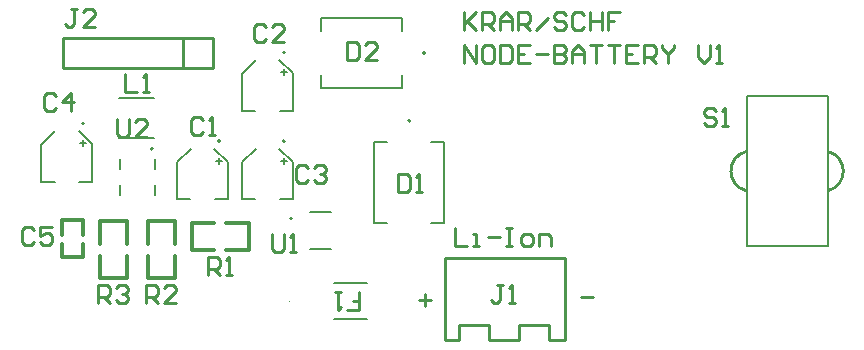
<source format=gbr>
%TF.GenerationSoftware,Altium Limited,Altium Designer,24.0.1 (36)*%
G04 Layer_Color=65535*
%FSLAX45Y45*%
%MOMM*%
%TF.SameCoordinates,B6A77970-8F51-4162-B198-D5255F9352F6*%
%TF.FilePolarity,Positive*%
%TF.FileFunction,Legend,Top*%
%TF.Part,Single*%
G01*
G75*
%TA.AperFunction,NonConductor*%
%ADD35C,0.20000*%
%ADD36C,0.25400*%
%ADD37C,0.10000*%
%ADD38C,0.12700*%
%ADD39C,0.30480*%
D35*
X3810000Y1925000D02*
G03*
X3810000Y1925000I-10000J0D01*
G01*
X3935000Y2500000D02*
G03*
X3935000Y2500000I-10000J0D01*
G01*
X2749700Y2504400D02*
G03*
X2749700Y2504400I-10000J0D01*
G01*
Y1754400D02*
G03*
X2749700Y1754400I-10000J0D01*
G01*
X2199700Y1754400D02*
G03*
X2199700Y1754400I-10000J0D01*
G01*
X1630000Y1689500D02*
G03*
X1630000Y1689500I-10000J0D01*
G01*
X2810000Y1100000D02*
G03*
X2810000Y1100000I-10000J0D01*
G01*
X1049700Y1904400D02*
G03*
X1049700Y1904400I-10000J0D01*
G01*
X3160000Y555000D02*
X3440000D01*
X3160000Y245000D02*
X3440000D01*
D36*
X7349000Y1335000D02*
G03*
X7349000Y1665000I-44200J165000D01*
G01*
X6651000D02*
G03*
X6651000Y1335000I44200J-165000D01*
G01*
X4981000Y69000D02*
X5119000D01*
X4981000D02*
Y196000D01*
X4727000D02*
X4981000D01*
X4727000Y69000D02*
Y196000D01*
X4473000Y69000D02*
X4727000D01*
X4219000Y196000D02*
X4473000D01*
X4100000Y69000D02*
X4219000D01*
X4981000D02*
Y196000D01*
X4727000Y69000D02*
Y196000D01*
X4473000Y69000D02*
Y196000D01*
X4219000Y69000D02*
Y196000D01*
X4100000Y69000D02*
Y686500D01*
Y767500D02*
X5119000D01*
X4100000Y686500D02*
Y767500D01*
X5119000Y69000D02*
Y767500D01*
X1889000Y2373000D02*
Y2627000D01*
X2143000Y2373000D02*
Y2627000D01*
X873000Y2373000D02*
X2143000D01*
X873000Y2627000D02*
X2143000D01*
X873000Y2373000D02*
Y2627000D01*
X4191000Y1015951D02*
Y863600D01*
X4292567D01*
X4343351D02*
X4394134D01*
X4368743D01*
Y965167D01*
X4343351D01*
X4470310Y939775D02*
X4571877D01*
X4622660Y1015951D02*
X4673444D01*
X4648052D01*
Y863600D01*
X4622660D01*
X4673444D01*
X4775011D02*
X4825795D01*
X4851186Y888992D01*
Y939775D01*
X4825795Y965167D01*
X4775011D01*
X4749619Y939775D01*
Y888992D01*
X4775011Y863600D01*
X4901970D02*
Y965167D01*
X4978145D01*
X5003537Y939775D01*
Y863600D01*
X4267200Y2413000D02*
Y2565351D01*
X4368767Y2413000D01*
Y2565351D01*
X4495726D02*
X4444943D01*
X4419551Y2539959D01*
Y2438392D01*
X4444943Y2413000D01*
X4495726D01*
X4521118Y2438392D01*
Y2539959D01*
X4495726Y2565351D01*
X4571901D02*
Y2413000D01*
X4648077D01*
X4673469Y2438392D01*
Y2539959D01*
X4648077Y2565351D01*
X4571901D01*
X4825819D02*
X4724252D01*
Y2413000D01*
X4825819D01*
X4724252Y2489175D02*
X4775036D01*
X4876603D02*
X4978170D01*
X5028954Y2565351D02*
Y2413000D01*
X5105129D01*
X5130521Y2438392D01*
Y2463783D01*
X5105129Y2489175D01*
X5028954D01*
X5105129D01*
X5130521Y2514567D01*
Y2539959D01*
X5105129Y2565351D01*
X5028954D01*
X5181304Y2413000D02*
Y2514567D01*
X5232088Y2565351D01*
X5282872Y2514567D01*
Y2413000D01*
Y2489175D01*
X5181304D01*
X5333655Y2565351D02*
X5435222D01*
X5384439D01*
Y2413000D01*
X5486006Y2565351D02*
X5587573D01*
X5536789D01*
Y2413000D01*
X5739924Y2565351D02*
X5638357D01*
Y2413000D01*
X5739924D01*
X5638357Y2489175D02*
X5689140D01*
X5790707Y2413000D02*
Y2565351D01*
X5866883D01*
X5892274Y2539959D01*
Y2489175D01*
X5866883Y2463783D01*
X5790707D01*
X5841491D02*
X5892274Y2413000D01*
X5943058Y2565351D02*
Y2539959D01*
X5993841Y2489175D01*
X6044625Y2539959D01*
Y2565351D01*
X5993841Y2489175D02*
Y2413000D01*
X6247759Y2565351D02*
Y2463783D01*
X6298543Y2413000D01*
X6349327Y2463783D01*
Y2565351D01*
X6400110Y2413000D02*
X6450894D01*
X6425502D01*
Y2565351D01*
X6400110Y2539959D01*
X4267200Y2844751D02*
Y2692400D01*
Y2743183D01*
X4368767Y2844751D01*
X4292592Y2768575D01*
X4368767Y2692400D01*
X4419551D02*
Y2844751D01*
X4495726D01*
X4521118Y2819359D01*
Y2768575D01*
X4495726Y2743183D01*
X4419551D01*
X4470334D02*
X4521118Y2692400D01*
X4571901D02*
Y2793967D01*
X4622685Y2844751D01*
X4673469Y2793967D01*
Y2692400D01*
Y2768575D01*
X4571901D01*
X4724252Y2692400D02*
Y2844751D01*
X4800428D01*
X4825819Y2819359D01*
Y2768575D01*
X4800428Y2743183D01*
X4724252D01*
X4775036D02*
X4825819Y2692400D01*
X4876603D02*
X4978170Y2793967D01*
X5130521Y2819359D02*
X5105129Y2844751D01*
X5054345D01*
X5028954Y2819359D01*
Y2793967D01*
X5054345Y2768575D01*
X5105129D01*
X5130521Y2743183D01*
Y2717792D01*
X5105129Y2692400D01*
X5054345D01*
X5028954Y2717792D01*
X5282872Y2819359D02*
X5257480Y2844751D01*
X5206696D01*
X5181304Y2819359D01*
Y2717792D01*
X5206696Y2692400D01*
X5257480D01*
X5282872Y2717792D01*
X5333655Y2844751D02*
Y2692400D01*
Y2768575D01*
X5435222D01*
Y2844751D01*
Y2692400D01*
X5587573Y2844751D02*
X5486006D01*
Y2768575D01*
X5536789D01*
X5486006D01*
Y2692400D01*
X3886200Y406383D02*
X3987767D01*
X3936983Y457167D02*
Y355600D01*
X5257800Y431800D02*
X5359367D01*
X1326840Y1938931D02*
Y1811972D01*
X1352232Y1786580D01*
X1403015D01*
X1428407Y1811972D01*
Y1938931D01*
X1580758Y1786580D02*
X1479191D01*
X1580758Y1888147D01*
Y1913539D01*
X1555366Y1938931D01*
X1504583D01*
X1479191Y1913539D01*
X3275000Y323825D02*
X3376567D01*
Y400000D01*
X3325783D01*
X3376567D01*
Y476175D01*
X3224216D02*
X3173433D01*
X3198824D01*
Y323825D01*
X3224216Y349216D01*
X3708433Y1473175D02*
Y1320825D01*
X3784608D01*
X3810000Y1346217D01*
Y1447783D01*
X3784608Y1473175D01*
X3708433D01*
X3860784Y1320825D02*
X3911567D01*
X3886176D01*
Y1473175D01*
X3860784Y1447783D01*
X3276641Y2590775D02*
Y2438425D01*
X3352817D01*
X3378208Y2463817D01*
Y2565383D01*
X3352817Y2590775D01*
X3276641D01*
X3530559Y2438425D02*
X3428992D01*
X3530559Y2539992D01*
Y2565383D01*
X3505167Y2590775D01*
X3454384D01*
X3428992Y2565383D01*
X6400800Y2006583D02*
X6375408Y2031975D01*
X6324625D01*
X6299233Y2006583D01*
Y1981192D01*
X6324625Y1955800D01*
X6375408D01*
X6400800Y1930408D01*
Y1905017D01*
X6375408Y1879625D01*
X6324625D01*
X6299233Y1905017D01*
X6451584Y1879625D02*
X6502367D01*
X6476976D01*
Y2031975D01*
X6451584Y2006583D01*
X2641633Y965175D02*
Y838217D01*
X2667025Y812825D01*
X2717808D01*
X2743200Y838217D01*
Y965175D01*
X2793984Y812825D02*
X2844767D01*
X2819376D01*
Y965175D01*
X2793984Y939783D01*
X1168441Y381025D02*
Y533375D01*
X1244617D01*
X1270008Y507983D01*
Y457200D01*
X1244617Y431808D01*
X1168441D01*
X1219225D02*
X1270008Y381025D01*
X1320792Y507983D02*
X1346184Y533375D01*
X1396967D01*
X1422359Y507983D01*
Y482592D01*
X1396967Y457200D01*
X1371575D01*
X1396967D01*
X1422359Y431808D01*
Y406417D01*
X1396967Y381025D01*
X1346184D01*
X1320792Y406417D01*
X1574841Y381025D02*
Y533375D01*
X1651017D01*
X1676408Y507983D01*
Y457200D01*
X1651017Y431808D01*
X1574841D01*
X1625625D02*
X1676408Y381025D01*
X1828759D02*
X1727192D01*
X1828759Y482592D01*
Y507983D01*
X1803367Y533375D01*
X1752584D01*
X1727192Y507983D01*
X2098433Y623825D02*
Y776175D01*
X2174608D01*
X2200000Y750784D01*
Y700000D01*
X2174608Y674608D01*
X2098433D01*
X2149216D02*
X2200000Y623825D01*
X2250784D02*
X2301567D01*
X2276176D01*
Y776175D01*
X2250784Y750784D01*
X1398433Y2326175D02*
Y2173825D01*
X1500000D01*
X1550784D02*
X1601567D01*
X1576176D01*
Y2326175D01*
X1550784Y2300784D01*
X986447Y2868571D02*
X935664D01*
X961055D01*
Y2741612D01*
X935664Y2716220D01*
X910272D01*
X884880Y2741612D01*
X1138798Y2716220D02*
X1037231D01*
X1138798Y2817787D01*
Y2843179D01*
X1113406Y2868571D01*
X1062623D01*
X1037231Y2843179D01*
X4597400Y533375D02*
X4546617D01*
X4572008D01*
Y406417D01*
X4546617Y381025D01*
X4521225D01*
X4495833Y406417D01*
X4648184Y381025D02*
X4698967D01*
X4673576D01*
Y533375D01*
X4648184Y507983D01*
X624608Y1000783D02*
X599216Y1026175D01*
X548433D01*
X523041Y1000783D01*
Y899216D01*
X548433Y873825D01*
X599216D01*
X624608Y899216D01*
X776959Y1026175D02*
X675392D01*
Y950000D01*
X726175Y975392D01*
X751567D01*
X776959Y950000D01*
Y899216D01*
X751567Y873825D01*
X700784D01*
X675392Y899216D01*
X806107Y2131979D02*
X780715Y2157371D01*
X729932D01*
X704540Y2131979D01*
Y2030412D01*
X729932Y2005020D01*
X780715D01*
X806107Y2030412D01*
X933066Y2005020D02*
Y2157371D01*
X856891Y2081195D01*
X958458D01*
X2946408Y1523983D02*
X2921017Y1549375D01*
X2870233D01*
X2844841Y1523983D01*
Y1422417D01*
X2870233Y1397025D01*
X2921017D01*
X2946408Y1422417D01*
X2997192Y1523983D02*
X3022584Y1549375D01*
X3073367D01*
X3098759Y1523983D01*
Y1498592D01*
X3073367Y1473200D01*
X3047975D01*
X3073367D01*
X3098759Y1447808D01*
Y1422417D01*
X3073367Y1397025D01*
X3022584D01*
X2997192Y1422417D01*
X2590808Y2717783D02*
X2565417Y2743175D01*
X2514633D01*
X2489241Y2717783D01*
Y2616217D01*
X2514633Y2590825D01*
X2565417D01*
X2590808Y2616217D01*
X2743159Y2590825D02*
X2641592D01*
X2743159Y2692392D01*
Y2717783D01*
X2717767Y2743175D01*
X2666984D01*
X2641592Y2717783D01*
X2057400Y1930383D02*
X2032008Y1955775D01*
X1981225D01*
X1955833Y1930383D01*
Y1828817D01*
X1981225Y1803425D01*
X2032008D01*
X2057400Y1828817D01*
X2108184Y1803425D02*
X2158967D01*
X2133576D01*
Y1955775D01*
X2108184Y1930383D01*
D37*
X2780000Y400000D02*
G03*
X2790000Y400000I5000J0D01*
G01*
D02*
G03*
X2780000Y400000I-5000J0D01*
G01*
D38*
X4095250Y1057250D02*
Y1742750D01*
X3504750Y1057250D02*
Y1742750D01*
Y1057250D02*
X3612000D01*
X3988000D02*
X4095250D01*
X3504750Y1742750D02*
X3612000D01*
X3988000D02*
X4095250D01*
X3057250Y2204750D02*
X3742750D01*
X3057250Y2795250D02*
X3742750D01*
X3057250Y2688000D02*
Y2795250D01*
Y2204750D02*
Y2312000D01*
X3742750Y2688000D02*
Y2795250D01*
Y2204750D02*
Y2312000D01*
X2739700Y2313900D02*
Y2364700D01*
X2714300Y2339300D02*
X2765100D01*
X2385000Y2010000D02*
X2497500D01*
X2702500D02*
X2815000D01*
X2385000D02*
Y2325000D01*
X2500000Y2440000D01*
X2815000Y2010000D02*
Y2327500D01*
X2701250Y2441250D02*
X2815000Y2327500D01*
X2739700Y1563900D02*
Y1614700D01*
X2714300Y1589300D02*
X2765100D01*
X2385000Y1260000D02*
X2497500D01*
X2702500D02*
X2815000D01*
X2385000D02*
Y1575000D01*
X2500000Y1690000D01*
X2815000Y1260000D02*
Y1577500D01*
X2701250Y1691250D02*
X2815000Y1577500D01*
X2151250Y1691250D02*
X2265000Y1577500D01*
Y1260000D02*
Y1577500D01*
X1835000Y1575000D02*
X1950000Y1690000D01*
X1835000Y1260000D02*
Y1575000D01*
X2152500Y1260000D02*
X2265000D01*
X1835000D02*
X1947500D01*
X2164300Y1589300D02*
X2215100D01*
X2189700Y1563900D02*
Y1614700D01*
X7343000Y865000D02*
Y2135000D01*
X7171000Y865000D02*
X7343000D01*
X6657000D02*
X6829000D01*
X6657000D02*
Y2135000D01*
X7171000D02*
X7343000D01*
X6657000D02*
X6829000D01*
X6657000Y865000D02*
X7343000D01*
X6657000D02*
Y2135000D01*
X7343000D01*
Y865000D02*
Y2135000D01*
X1650000Y1519500D02*
Y1600000D01*
X1350000Y1519500D02*
Y1600000D01*
X1650000Y1300000D02*
Y1380500D01*
X1350000Y1300000D02*
Y1380500D01*
X2962000Y843000D02*
X3138000D01*
X2962000Y1157000D02*
X3138000D01*
X1340000Y1780000D02*
X1640000D01*
X1340000Y2120000D02*
X1640000D01*
X1039700Y1713900D02*
Y1764700D01*
X1014300Y1739300D02*
X1065100D01*
X685000Y1410000D02*
X797500D01*
X1002500D02*
X1115000D01*
X685000D02*
Y1725000D01*
X800000Y1840000D01*
X1115000Y1410000D02*
Y1727500D01*
X1001250Y1841250D02*
X1115000Y1727500D01*
D39*
X2441300Y835700D02*
Y1064300D01*
X1958700Y835700D02*
Y1064300D01*
X2250800D02*
X2441300D01*
X2250800Y835700D02*
X2441300D01*
X1958700D02*
X2149200D01*
X1958700Y1064300D02*
X2149200D01*
X1185700Y1077000D02*
X1414300D01*
X1185700Y594400D02*
X1414300D01*
X1185700Y886500D02*
Y1077000D01*
X1414300Y886500D02*
Y1077000D01*
Y594400D02*
Y784900D01*
X1185700Y594400D02*
Y784900D01*
X861100Y771400D02*
Y885700D01*
X1038900Y771400D02*
Y885700D01*
Y961900D02*
Y1088900D01*
X861100Y961900D02*
Y1088900D01*
Y771400D02*
X1038900D01*
X861100Y1088900D02*
X1038900D01*
X1585700Y594400D02*
Y784900D01*
X1814300Y594400D02*
Y784900D01*
Y886500D02*
Y1077000D01*
X1585700Y886500D02*
Y1077000D01*
Y594400D02*
X1814300D01*
X1585700Y1077000D02*
X1814300D01*
%TF.MD5,aabcc9402924aaed86cb9053a6053c84*%
M02*

</source>
